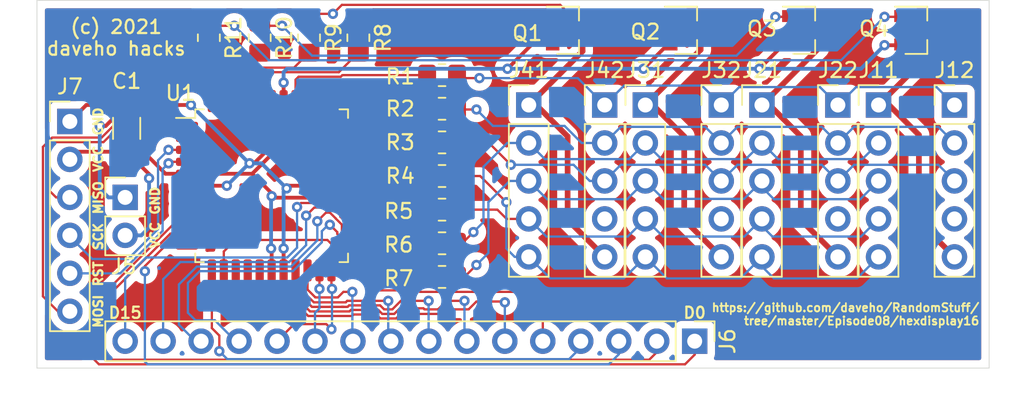
<source format=kicad_pcb>
(kicad_pcb (version 20171130) (host pcbnew 5.1.10-88a1d61d58~88~ubuntu20.04.1)
  (layers (0 F.Cu signal) (31 B.Cu signal) (34 B.Paste user) (35 F.Paste user) (36 B.SilkS user) (37 F.SilkS user) (38 B.Mask user) (39 F.Mask user) (44 Edge.Cuts user))
  (net 0 "")
  (net 1 VCC)
  (net 2 GND)
  (net 3 /CA4)
  (net 4 /F)
  (net 5 /G)
  (net 6 /C)
  (net 7 /E)
  (net 8 /B)
  (net 9 /D)
  (net 10 /A)
  (net 11 /CA3)
  (net 12 /CA2)
  (net 13 /CA1)
  (net 14 /D0)
  (net 15 /D1)
  (net 16 /D2)
  (net 17 /D3)
  (net 18 /D4)
  (net 19 /D5)
  (net 20 /D6)
  (net 21 /D7)
  (net 22 /D8)
  (net 23 /D9)
  (net 24 /D10)
  (net 25 /D11)
  (net 26 /D12)
  (net 27 /D13)
  (net 28 /D14)
  (net 29 /D15)
  (net 30 /MISO)
  (net 31 /SCK)
  (net 32 /~RESET)
  (net 33 /MOSI)
  (net 34 "Net-(Q1-Pad1)")
  (net 35 "Net-(Q2-Pad1)")
  (net 36 "Net-(Q3-Pad1)")
  (net 37 "Net-(Q4-Pad1)")
  (net 38 "Net-(R1-Pad1)")
  (net 39 "Net-(R2-Pad1)")
  (net 40 "Net-(R3-Pad1)")
  (net 41 "Net-(R4-Pad1)")
  (net 42 "Net-(R5-Pad1)")
  (net 43 "Net-(R6-Pad1)")
  (net 44 "Net-(R7-Pad1)")
  (net 45 "Net-(R8-Pad2)")
  (net 46 "Net-(R9-Pad2)")
  (net 47 "Net-(R10-Pad2)")
  (net 48 "Net-(R11-Pad2)")
  (net 49 "Net-(U1-Pad7)")
  (net 50 "Net-(U1-Pad8)")
  (net 51 "Net-(U1-Pad30)")
  (net 52 "Net-(U1-Pad44)")
  (net 53 "Net-(J12-Pad4)")
  (net 54 "Net-(J22-Pad4)")
  (net 55 "Net-(J32-Pad4)")
  (net 56 "Net-(J42-Pad4)")
  (module Connector_PinHeader_2.54mm:PinHeader_1x05_P2.54mm_Vertical (layer F.Cu) (at 137.38 124.2)
    (fp_text reference J12 (at 0 -2.33) (layer F.SilkS))
    (fp_text value Conn_01x05)
    (pad 5 thru_hole oval (at 0 10.16) (size 1.7 1.7) (drill 1) (layers *.Cu *.Mask) (net 3 /CA4))
    (pad 4 thru_hole oval (at 0 7.62) (size 1.7 1.7) (drill 1) (layers *.Cu *.Mask) (net 53 "Net-(J12-Pad4)"))
    (pad 3 thru_hole oval (at 0 5.08) (size 1.7 1.7) (drill 1) (layers *.Cu *.Mask) (net 6 /C))
    (pad 2 thru_hole oval (at 0 2.54) (size 1.7 1.7) (drill 1) (layers *.Cu *.Mask) (net 8 /B))
    (pad 1 thru_hole rect (at 0 0) (size 1.7 1.7) (drill 1) (layers *.Cu *.Mask) (net 10 /A))
  )
  (module Connector_PinHeader_2.54mm:PinHeader_1x05_P2.54mm_Vertical (layer F.Cu) (at 132.3 124.2)
    (fp_text reference J11 (at 0 -2.33) (layer F.SilkS))
    (fp_text value Conn_01x05)
    (pad 5 thru_hole oval (at 0 10.16) (size 1.7 1.7) (drill 1) (layers *.Cu *.Mask) (net 9 /D))
    (pad 4 thru_hole oval (at 0 7.62) (size 1.7 1.7) (drill 1) (layers *.Cu *.Mask) (net 7 /E))
    (pad 3 thru_hole oval (at 0 5.08) (size 1.7 1.7) (drill 1) (layers *.Cu *.Mask) (net 5 /G))
    (pad 2 thru_hole oval (at 0 2.54) (size 1.7 1.7) (drill 1) (layers *.Cu *.Mask) (net 4 /F))
    (pad 1 thru_hole rect (at 0 0) (size 1.7 1.7) (drill 1) (layers *.Cu *.Mask) (net 3 /CA4))
  )
  (module Connector_PinHeader_2.54mm:PinHeader_1x05_P2.54mm_Vertical (layer F.Cu) (at 129.58 124.2)
    (fp_text reference J22 (at 0 -2.33) (layer F.SilkS))
    (fp_text value Conn_01x05)
    (pad 1 thru_hole rect (at 0 0) (size 1.7 1.7) (drill 1) (layers *.Cu *.Mask) (net 10 /A))
    (pad 2 thru_hole oval (at 0 2.54) (size 1.7 1.7) (drill 1) (layers *.Cu *.Mask) (net 8 /B))
    (pad 3 thru_hole oval (at 0 5.08) (size 1.7 1.7) (drill 1) (layers *.Cu *.Mask) (net 6 /C))
    (pad 4 thru_hole oval (at 0 7.62) (size 1.7 1.7) (drill 1) (layers *.Cu *.Mask) (net 54 "Net-(J22-Pad4)"))
    (pad 5 thru_hole oval (at 0 10.16) (size 1.7 1.7) (drill 1) (layers *.Cu *.Mask) (net 11 /CA3))
  )
  (module Connector_PinHeader_2.54mm:PinHeader_1x05_P2.54mm_Vertical (layer F.Cu) (at 121.78 124.2)
    (fp_text reference J32 (at 0 -2.33) (layer F.SilkS))
    (fp_text value Conn_01x05)
    (pad 5 thru_hole oval (at 0 10.16) (size 1.7 1.7) (drill 1) (layers *.Cu *.Mask) (net 12 /CA2))
    (pad 4 thru_hole oval (at 0 7.62) (size 1.7 1.7) (drill 1) (layers *.Cu *.Mask) (net 55 "Net-(J32-Pad4)"))
    (pad 3 thru_hole oval (at 0 5.08) (size 1.7 1.7) (drill 1) (layers *.Cu *.Mask) (net 6 /C))
    (pad 2 thru_hole oval (at 0 2.54) (size 1.7 1.7) (drill 1) (layers *.Cu *.Mask) (net 8 /B))
    (pad 1 thru_hole rect (at 0 0) (size 1.7 1.7) (drill 1) (layers *.Cu *.Mask) (net 10 /A))
  )
  (module Connector_PinHeader_2.54mm:PinHeader_1x05_P2.54mm_Vertical (layer F.Cu) (at 108.9 124.2)
    (fp_text reference J41 (at 0 -2.33) (layer F.SilkS))
    (fp_text value Conn_01x05)
    (pad 1 thru_hole rect (at 0 0) (size 1.7 1.7) (drill 1) (layers *.Cu *.Mask) (net 13 /CA1))
    (pad 2 thru_hole oval (at 0 2.54) (size 1.7 1.7) (drill 1) (layers *.Cu *.Mask) (net 4 /F))
    (pad 3 thru_hole oval (at 0 5.08) (size 1.7 1.7) (drill 1) (layers *.Cu *.Mask) (net 5 /G))
    (pad 4 thru_hole oval (at 0 7.62) (size 1.7 1.7) (drill 1) (layers *.Cu *.Mask) (net 7 /E))
    (pad 5 thru_hole oval (at 0 10.16) (size 1.7 1.7) (drill 1) (layers *.Cu *.Mask) (net 9 /D))
  )
  (module Connector_PinHeader_2.54mm:PinHeader_1x05_P2.54mm_Vertical (layer F.Cu) (at 116.7 124.2)
    (fp_text reference J31 (at 0 -2.33) (layer F.SilkS))
    (fp_text value Conn_01x05)
    (pad 5 thru_hole oval (at 0 10.16) (size 1.7 1.7) (drill 1) (layers *.Cu *.Mask) (net 9 /D))
    (pad 4 thru_hole oval (at 0 7.62) (size 1.7 1.7) (drill 1) (layers *.Cu *.Mask) (net 7 /E))
    (pad 3 thru_hole oval (at 0 5.08) (size 1.7 1.7) (drill 1) (layers *.Cu *.Mask) (net 5 /G))
    (pad 2 thru_hole oval (at 0 2.54) (size 1.7 1.7) (drill 1) (layers *.Cu *.Mask) (net 4 /F))
    (pad 1 thru_hole rect (at 0 0) (size 1.7 1.7) (drill 1) (layers *.Cu *.Mask) (net 12 /CA2))
  )
  (module Connector_PinHeader_2.54mm:PinHeader_1x05_P2.54mm_Vertical (layer F.Cu) (at 113.98 124.2)
    (fp_text reference J42 (at 0 -2.33) (layer F.SilkS))
    (fp_text value Conn_01x05)
    (pad 1 thru_hole rect (at 0 0) (size 1.7 1.7) (drill 1) (layers *.Cu *.Mask) (net 10 /A))
    (pad 2 thru_hole oval (at 0 2.54) (size 1.7 1.7) (drill 1) (layers *.Cu *.Mask) (net 8 /B))
    (pad 3 thru_hole oval (at 0 5.08) (size 1.7 1.7) (drill 1) (layers *.Cu *.Mask) (net 6 /C))
    (pad 4 thru_hole oval (at 0 7.62) (size 1.7 1.7) (drill 1) (layers *.Cu *.Mask) (net 56 "Net-(J42-Pad4)"))
    (pad 5 thru_hole oval (at 0 10.16) (size 1.7 1.7) (drill 1) (layers *.Cu *.Mask) (net 13 /CA1))
  )
  (module Connector_PinHeader_2.54mm:PinHeader_1x05_P2.54mm_Vertical (layer F.Cu) (at 124.5 124.2)
    (fp_text reference J21 (at 0 -2.33) (layer F.SilkS))
    (fp_text value Conn_01x05)
    (pad 1 thru_hole rect (at 0 0) (size 1.7 1.7) (drill 1) (layers *.Cu *.Mask) (net 11 /CA3))
    (pad 2 thru_hole oval (at 0 2.54) (size 1.7 1.7) (drill 1) (layers *.Cu *.Mask) (net 4 /F))
    (pad 3 thru_hole oval (at 0 5.08) (size 1.7 1.7) (drill 1) (layers *.Cu *.Mask) (net 5 /G))
    (pad 4 thru_hole oval (at 0 7.62) (size 1.7 1.7) (drill 1) (layers *.Cu *.Mask) (net 7 /E))
    (pad 5 thru_hole oval (at 0 10.16) (size 1.7 1.7) (drill 1) (layers *.Cu *.Mask) (net 9 /D))
  )
  (module Connector_PinHeader_2.54mm:PinHeader_1x16_P2.54mm_Vertical (layer F.Cu) (at 120 140 270)
    (fp_text reference J6 (at 0 -2.2 90) (layer F.SilkS))
    (fp_text value Conn_01x16)
    (pad 1 thru_hole rect (at 0 0 270) (size 1.7 1.7) (drill 1) (layers *.Cu *.Mask) (net 14 /D0))
    (pad 2 thru_hole oval (at 0 2.54 270) (size 1.7 1.7) (drill 1) (layers *.Cu *.Mask) (net 15 /D1))
    (pad 3 thru_hole oval (at 0 5.08 270) (size 1.7 1.7) (drill 1) (layers *.Cu *.Mask) (net 16 /D2))
    (pad 4 thru_hole oval (at 0 7.62 270) (size 1.7 1.7) (drill 1) (layers *.Cu *.Mask) (net 17 /D3))
    (pad 5 thru_hole oval (at 0 10.16 270) (size 1.7 1.7) (drill 1) (layers *.Cu *.Mask) (net 18 /D4))
    (pad 6 thru_hole oval (at 0 12.7 270) (size 1.7 1.7) (drill 1) (layers *.Cu *.Mask) (net 19 /D5))
    (pad 7 thru_hole oval (at 0 15.24 270) (size 1.7 1.7) (drill 1) (layers *.Cu *.Mask) (net 20 /D6))
    (pad 8 thru_hole oval (at 0 17.78 270) (size 1.7 1.7) (drill 1) (layers *.Cu *.Mask) (net 21 /D7))
    (pad 9 thru_hole oval (at 0 20.32 270) (size 1.7 1.7) (drill 1) (layers *.Cu *.Mask) (net 22 /D8))
    (pad 10 thru_hole oval (at 0 22.86 270) (size 1.7 1.7) (drill 1) (layers *.Cu *.Mask) (net 23 /D9))
    (pad 11 thru_hole oval (at 0 25.4 270) (size 1.7 1.7) (drill 1) (layers *.Cu *.Mask) (net 24 /D10))
    (pad 12 thru_hole oval (at 0 27.94 270) (size 1.7 1.7) (drill 1) (layers *.Cu *.Mask) (net 25 /D11))
    (pad 13 thru_hole oval (at 0 30.48 270) (size 1.7 1.7) (drill 1) (layers *.Cu *.Mask) (net 26 /D12))
    (pad 14 thru_hole oval (at 0 33.02 270) (size 1.7 1.7) (drill 1) (layers *.Cu *.Mask) (net 27 /D13))
    (pad 15 thru_hole oval (at 0 35.56 270) (size 1.7 1.7) (drill 1) (layers *.Cu *.Mask) (net 28 /D14))
    (pad 16 thru_hole oval (at 0 38.1 270) (size 1.7 1.7) (drill 1) (layers *.Cu *.Mask) (net 29 /D15))
  )
  (module Capacitor_SMD:C_1206_3216Metric_Pad1.33x1.80mm_HandSolder (layer F.Cu) (at 82 125.7625 90)
    (fp_text reference C1 (at 3.1625 0 180) (layer F.SilkS))
    (fp_text value 100nF)
    (pad 1 smd roundrect (at -1.5625 0 90) (size 1.325 1.8) (layers F.Cu F.Paste F.Mask) (roundrect_rratio 0.1886784905660377) (net 1 VCC))
    (pad 2 smd roundrect (at 1.5625 0 90) (size 1.325 1.8) (layers F.Cu F.Paste F.Mask) (roundrect_rratio 0.1886784905660377) (net 2 GND))
  )
  (module Connector_PinHeader_2.54mm:PinHeader_1x02_P2.54mm_Vertical (layer F.Cu) (at 81.9 130.38)
    (fp_text reference J5 (at -0.1 4.62) (layer F.SilkS))
    (fp_text value Conn_01x02)
    (pad 1 thru_hole rect (at 0 0) (size 1.7 1.7) (drill 1) (layers *.Cu *.Mask) (net 2 GND))
    (pad 2 thru_hole oval (at 0 2.54) (size 1.7 1.7) (drill 1) (layers *.Cu *.Mask) (net 1 VCC))
  )
  (module Connector_PinHeader_2.54mm:PinHeader_1x06_P2.54mm_Vertical (layer F.Cu) (at 78.2 125.3)
    (fp_text reference J7 (at 0 -2.33) (layer F.SilkS))
    (fp_text value Conn_01x06)
    (pad 1 thru_hole rect (at 0 0) (size 1.7 1.7) (drill 1) (layers *.Cu *.Mask) (net 2 GND))
    (pad 2 thru_hole oval (at 0 2.54) (size 1.7 1.7) (drill 1) (layers *.Cu *.Mask) (net 1 VCC))
    (pad 3 thru_hole oval (at 0 5.08) (size 1.7 1.7) (drill 1) (layers *.Cu *.Mask) (net 30 /MISO))
    (pad 4 thru_hole oval (at 0 7.62) (size 1.7 1.7) (drill 1) (layers *.Cu *.Mask) (net 31 /SCK))
    (pad 5 thru_hole oval (at 0 10.16) (size 1.7 1.7) (drill 1) (layers *.Cu *.Mask) (net 32 /~RESET))
    (pad 6 thru_hole oval (at 0 12.7) (size 1.7 1.7) (drill 1) (layers *.Cu *.Mask) (net 33 /MOSI))
  )
  (module Package_TO_SOT_SMD:SOT-23 (layer F.Cu) (at 111.5 119.2)
    (fp_text reference Q1 (at -2.7 0.2) (layer F.SilkS))
    (fp_text value MMBT3906)
    (pad 3 smd rect (at 1 0) (size 0.9 0.8) (layers F.Cu F.Paste F.Mask) (net 13 /CA1))
    (pad 2 smd rect (at -1 0.95) (size 0.9 0.8) (layers F.Cu F.Paste F.Mask) (net 1 VCC))
    (pad 1 smd rect (at -1 -0.95) (size 0.9 0.8) (layers F.Cu F.Paste F.Mask) (net 34 "Net-(Q1-Pad1)"))
  )
  (module Package_TO_SOT_SMD:SOT-23 (layer F.Cu) (at 119.4 119.2)
    (fp_text reference Q2 (at -2.7 0.1) (layer F.SilkS))
    (fp_text value MMBT3906)
    (pad 1 smd rect (at -1 -0.95) (size 0.9 0.8) (layers F.Cu F.Paste F.Mask) (net 35 "Net-(Q2-Pad1)"))
    (pad 2 smd rect (at -1 0.95) (size 0.9 0.8) (layers F.Cu F.Paste F.Mask) (net 1 VCC))
    (pad 3 smd rect (at 1 0) (size 0.9 0.8) (layers F.Cu F.Paste F.Mask) (net 12 /CA2))
  )
  (module Package_TO_SOT_SMD:SOT-23 (layer F.Cu) (at 127.3 119.2)
    (fp_text reference Q3 (at -2.8 -0.1) (layer F.SilkS))
    (fp_text value MMBT3906)
    (pad 1 smd rect (at -1 -0.95) (size 0.9 0.8) (layers F.Cu F.Paste F.Mask) (net 36 "Net-(Q3-Pad1)"))
    (pad 2 smd rect (at -1 0.95) (size 0.9 0.8) (layers F.Cu F.Paste F.Mask) (net 1 VCC))
    (pad 3 smd rect (at 1 0) (size 0.9 0.8) (layers F.Cu F.Paste F.Mask) (net 11 /CA3))
  )
  (module Package_TO_SOT_SMD:SOT-23 (layer F.Cu) (at 134.8 119.2)
    (fp_text reference Q4 (at -2.8 -0.1) (layer F.SilkS))
    (fp_text value MMBT3906)
    (pad 3 smd rect (at 1 0) (size 0.9 0.8) (layers F.Cu F.Paste F.Mask) (net 3 /CA4))
    (pad 2 smd rect (at -1 0.95) (size 0.9 0.8) (layers F.Cu F.Paste F.Mask) (net 1 VCC))
    (pad 1 smd rect (at -1 -0.95) (size 0.9 0.8) (layers F.Cu F.Paste F.Mask) (net 37 "Net-(Q4-Pad1)"))
  )
  (module Resistor_SMD:R_0805_2012Metric_Pad1.20x1.40mm_HandSolder (layer F.Cu) (at 103.1 122.2)
    (fp_text reference R1 (at -2.8 0.1) (layer F.SilkS))
    (fp_text value 330)
    (pad 1 smd roundrect (at -1 0) (size 1.2 1.4) (layers F.Cu F.Paste F.Mask) (roundrect_rratio 0.2083325) (net 38 "Net-(R1-Pad1)"))
    (pad 2 smd roundrect (at 1 0) (size 1.2 1.4) (layers F.Cu F.Paste F.Mask) (roundrect_rratio 0.2083325) (net 10 /A))
  )
  (module Resistor_SMD:R_0805_2012Metric_Pad1.20x1.40mm_HandSolder (layer F.Cu) (at 103.1 124.45)
    (fp_text reference R2 (at -2.8 0) (layer F.SilkS))
    (fp_text value 330)
    (pad 2 smd roundrect (at 1 0) (size 1.2 1.4) (layers F.Cu F.Paste F.Mask) (roundrect_rratio 0.2083325) (net 8 /B))
    (pad 1 smd roundrect (at -1 0) (size 1.2 1.4) (layers F.Cu F.Paste F.Mask) (roundrect_rratio 0.2083325) (net 39 "Net-(R2-Pad1)"))
  )
  (module Resistor_SMD:R_0805_2012Metric_Pad1.20x1.40mm_HandSolder (layer F.Cu) (at 103.1 126.7)
    (fp_text reference R3 (at -2.8 0) (layer F.SilkS))
    (fp_text value 330)
    (pad 1 smd roundrect (at -1 0) (size 1.2 1.4) (layers F.Cu F.Paste F.Mask) (roundrect_rratio 0.2083325) (net 40 "Net-(R3-Pad1)"))
    (pad 2 smd roundrect (at 1 0) (size 1.2 1.4) (layers F.Cu F.Paste F.Mask) (roundrect_rratio 0.2083325) (net 6 /C))
  )
  (module Resistor_SMD:R_0805_2012Metric_Pad1.20x1.40mm_HandSolder (layer F.Cu) (at 103.1 128.95)
    (fp_text reference R4 (at -2.8 0) (layer F.SilkS))
    (fp_text value 330)
    (pad 2 smd roundrect (at 1 0) (size 1.2 1.4) (layers F.Cu F.Paste F.Mask) (roundrect_rratio 0.2083325) (net 9 /D))
    (pad 1 smd roundrect (at -1 0) (size 1.2 1.4) (layers F.Cu F.Paste F.Mask) (roundrect_rratio 0.2083325) (net 41 "Net-(R4-Pad1)"))
  )
  (module Resistor_SMD:R_0805_2012Metric_Pad1.20x1.40mm_HandSolder (layer F.Cu) (at 103.1 131.2)
    (fp_text reference R5 (at -2.9 0.1) (layer F.SilkS))
    (fp_text value 330)
    (pad 1 smd roundrect (at -1 0) (size 1.2 1.4) (layers F.Cu F.Paste F.Mask) (roundrect_rratio 0.2083325) (net 42 "Net-(R5-Pad1)"))
    (pad 2 smd roundrect (at 1 0) (size 1.2 1.4) (layers F.Cu F.Paste F.Mask) (roundrect_rratio 0.2083325) (net 7 /E))
  )
  (module Resistor_SMD:R_0805_2012Metric_Pad1.20x1.40mm_HandSolder (layer F.Cu) (at 103.1 133.45)
    (fp_text reference R6 (at -2.9 0.1) (layer F.SilkS))
    (fp_text value 330)
    (pad 2 smd roundrect (at 1 0) (size 1.2 1.4) (layers F.Cu F.Paste F.Mask) (roundrect_rratio 0.2083325) (net 4 /F))
    (pad 1 smd roundrect (at -1 0) (size 1.2 1.4) (layers F.Cu F.Paste F.Mask) (roundrect_rratio 0.2083325) (net 43 "Net-(R6-Pad1)"))
  )
  (module Resistor_SMD:R_0805_2012Metric_Pad1.20x1.40mm_HandSolder (layer F.Cu) (at 103.1 135.7)
    (fp_text reference R7 (at -2.9 0.1) (layer F.SilkS))
    (fp_text value 330)
    (pad 1 smd roundrect (at -1 0) (size 1.2 1.4) (layers F.Cu F.Paste F.Mask) (roundrect_rratio 0.2083325) (net 44 "Net-(R7-Pad1)"))
    (pad 2 smd roundrect (at 1 0) (size 1.2 1.4) (layers F.Cu F.Paste F.Mask) (roundrect_rratio 0.2083325) (net 5 /G))
  )
  (module Resistor_SMD:R_0805_2012Metric_Pad1.20x1.40mm_HandSolder (layer F.Cu) (at 97.5 119.7 270)
    (fp_text reference R8 (at 0 -1.65 90) (layer F.SilkS))
    (fp_text value 4k7)
    (pad 1 smd roundrect (at -1 0 270) (size 1.2 1.4) (layers F.Cu F.Paste F.Mask) (roundrect_rratio 0.2083325) (net 34 "Net-(Q1-Pad1)"))
    (pad 2 smd roundrect (at 1 0 270) (size 1.2 1.4) (layers F.Cu F.Paste F.Mask) (roundrect_rratio 0.2083325) (net 45 "Net-(R8-Pad2)"))
  )
  (module Resistor_SMD:R_0805_2012Metric_Pad1.20x1.40mm_HandSolder (layer F.Cu) (at 94.2 119.7 270)
    (fp_text reference R9 (at 0 -1.65 90) (layer F.SilkS))
    (fp_text value 4k7)
    (pad 2 smd roundrect (at 1 0 270) (size 1.2 1.4) (layers F.Cu F.Paste F.Mask) (roundrect_rratio 0.2083325) (net 46 "Net-(R9-Pad2)"))
    (pad 1 smd roundrect (at -1 0 270) (size 1.2 1.4) (layers F.Cu F.Paste F.Mask) (roundrect_rratio 0.2083325) (net 35 "Net-(Q2-Pad1)"))
  )
  (module Resistor_SMD:R_0805_2012Metric_Pad1.20x1.40mm_HandSolder (layer F.Cu) (at 90.9 119.7 270)
    (fp_text reference R10 (at 0 -1.65 90) (layer F.SilkS))
    (fp_text value 4k7)
    (pad 1 smd roundrect (at -1 0 270) (size 1.2 1.4) (layers F.Cu F.Paste F.Mask) (roundrect_rratio 0.2083325) (net 36 "Net-(Q3-Pad1)"))
    (pad 2 smd roundrect (at 1 0 270) (size 1.2 1.4) (layers F.Cu F.Paste F.Mask) (roundrect_rratio 0.2083325) (net 47 "Net-(R10-Pad2)"))
  )
  (module Resistor_SMD:R_0805_2012Metric_Pad1.20x1.40mm_HandSolder (layer F.Cu) (at 87.5 119.7 270)
    (fp_text reference R11 (at 0 -1.65 90) (layer F.SilkS))
    (fp_text value 4k7)
    (pad 2 smd roundrect (at 1 0 270) (size 1.2 1.4) (layers F.Cu F.Paste F.Mask) (roundrect_rratio 0.2083325) (net 48 "Net-(R11-Pad2)"))
    (pad 1 smd roundrect (at -1 0 270) (size 1.2 1.4) (layers F.Cu F.Paste F.Mask) (roundrect_rratio 0.2083325) (net 37 "Net-(Q4-Pad1)"))
  )
  (module Package_QFP:LQFP-44_10x10mm_P0.8mm (layer F.Cu) (at 91.7 129.6)
    (fp_text reference U1 (at -6.1 -6.2) (layer F.SilkS))
    (fp_text value ATMEGA164A-AU)
    (pad 1 smd roundrect (at -5.6625 -4) (size 1.475 0.55) (layers F.Cu F.Paste F.Mask) (net 33 /MOSI))
    (pad 2 smd roundrect (at -5.6625 -3.2) (size 1.475 0.55) (layers F.Cu F.Paste F.Mask) (net 30 /MISO))
    (pad 3 smd roundrect (at -5.6625 -2.4) (size 1.475 0.55) (layers F.Cu F.Paste F.Mask) (net 31 /SCK))
    (pad 4 smd roundrect (at -5.6625 -1.6) (size 1.475 0.55) (layers F.Cu F.Paste F.Mask) (net 32 /~RESET))
    (pad 5 smd roundrect (at -5.6625 -0.8) (size 1.475 0.55) (layers F.Cu F.Paste F.Mask) (net 1 VCC))
    (pad 6 smd roundrect (at -5.6625 0) (size 1.475 0.55) (layers F.Cu F.Paste F.Mask) (net 2 GND))
    (pad 7 smd roundrect (at -5.6625 0.8) (size 1.475 0.55) (layers F.Cu F.Paste F.Mask) (net 49 "Net-(U1-Pad7)"))
    (pad 8 smd roundrect (at -5.6625 1.6) (size 1.475 0.55) (layers F.Cu F.Paste F.Mask) (net 50 "Net-(U1-Pad8)"))
    (pad 9 smd roundrect (at -5.6625 2.4) (size 1.475 0.55) (layers F.Cu F.Paste F.Mask) (net 14 /D0))
    (pad 10 smd roundrect (at -5.6625 3.2) (size 1.475 0.55) (layers F.Cu F.Paste F.Mask) (net 15 /D1))
    (pad 11 smd roundrect (at -5.6625 4) (size 1.475 0.55) (layers F.Cu F.Paste F.Mask) (net 16 /D2))
    (pad 12 smd roundrect (at -4 5.6625) (size 0.55 1.475) (layers F.Cu F.Paste F.Mask) (net 17 /D3))
    (pad 13 smd roundrect (at -3.2 5.6625) (size 0.55 1.475) (layers F.Cu F.Paste F.Mask) (net 18 /D4))
    (pad 14 smd roundrect (at -2.4 5.6625) (size 0.55 1.475) (layers F.Cu F.Paste F.Mask) (net 19 /D5))
    (pad 15 smd roundrect (at -1.6 5.6625) (size 0.55 1.475) (layers F.Cu F.Paste F.Mask) (net 20 /D6))
    (pad 16 smd roundrect (at -0.8 5.6625) (size 0.55 1.475) (layers F.Cu F.Paste F.Mask) (net 21 /D7))
    (pad 17 smd roundrect (at 0 5.6625) (size 0.55 1.475) (layers F.Cu F.Paste F.Mask) (net 1 VCC))
    (pad 18 smd roundrect (at 0.8 5.6625) (size 0.55 1.475) (layers F.Cu F.Paste F.Mask) (net 2 GND))
    (pad 19 smd roundrect (at 1.6 5.6625) (size 0.55 1.475) (layers F.Cu F.Paste F.Mask) (net 22 /D8))
    (pad 20 smd roundrect (at 2.4 5.6625) (size 0.55 1.475) (layers F.Cu F.Paste F.Mask) (net 23 /D9))
    (pad 21 smd roundrect (at 3.2 5.6625) (size 0.55 1.475) (layers F.Cu F.Paste F.Mask) (net 24 /D10))
    (pad 22 smd roundrect (at 4 5.6625) (size 0.55 1.475) (layers F.Cu F.Paste F.Mask) (net 25 /D11))
    (pad 23 smd roundrect (at 5.6625 4) (size 1.475 0.55) (layers F.Cu F.Paste F.Mask) (net 26 /D12))
    (pad 24 smd roundrect (at 5.6625 3.2) (size 1.475 0.55) (layers F.Cu F.Paste F.Mask) (net 27 /D13))
    (pad 25 smd roundrect (at 5.6625 2.4) (size 1.475 0.55) (layers F.Cu F.Paste F.Mask) (net 28 /D14))
    (pad 26 smd roundrect (at 5.6625 1.6) (size 1.475 0.55) (layers F.Cu F.Paste F.Mask) (net 29 /D15))
    (pad 27 smd roundrect (at 5.6625 0.8) (size 1.475 0.55) (layers F.Cu F.Paste F.Mask) (net 1 VCC))
    (pad 28 smd roundrect (at 5.6625 0) (size 1.475 0.55) (layers F.Cu F.Paste F.Mask) (net 2 GND))
    (pad 29 smd roundrect (at 5.6625 -0.8) (size 1.475 0.55) (layers F.Cu F.Paste F.Mask) (net 1 VCC))
    (pad 30 smd roundrect (at 5.6625 -1.6) (size 1.475 0.55) (layers F.Cu F.Paste F.Mask) (net 51 "Net-(U1-Pad30)"))
    (pad 31 smd roundrect (at 5.6625 -2.4) (size 1.475 0.55) (layers F.Cu F.Paste F.Mask) (net 44 "Net-(R7-Pad1)"))
    (pad 32 smd roundrect (at 5.6625 -3.2) (size 1.475 0.55) (layers F.Cu F.Paste F.Mask) (net 43 "Net-(R6-Pad1)"))
    (pad 33 smd roundrect (at 5.6625 -4) (size 1.475 0.55) (layers F.Cu F.Paste F.Mask) (net 42 "Net-(R5-Pad1)"))
    (pad 34 smd roundrect (at 4 -5.6625) (size 0.55 1.475) (layers F.Cu F.Paste F.Mask) (net 41 "Net-(R4-Pad1)"))
    (pad 35 smd roundrect (at 3.2 -5.6625) (size 0.55 1.475) (layers F.Cu F.Paste F.Mask) (net 40 "Net-(R3-Pad1)"))
    (pad 36 smd roundrect (at 2.4 -5.6625) (size 0.55 1.475) (layers F.Cu F.Paste F.Mask) (net 39 "Net-(R2-Pad1)"))
    (pad 37 smd roundrect (at 1.6 -5.6625) (size 0.55 1.475) (layers F.Cu F.Paste F.Mask) (net 38 "Net-(R1-Pad1)"))
    (pad 38 smd roundrect (at 0.8 -5.6625) (size 0.55 1.475) (layers F.Cu F.Paste F.Mask) (net 1 VCC))
    (pad 39 smd roundrect (at 0 -5.6625) (size 0.55 1.475) (layers F.Cu F.Paste F.Mask) (net 2 GND))
    (pad 40 smd roundrect (at -0.8 -5.6625) (size 0.55 1.475) (layers F.Cu F.Paste F.Mask) (net 45 "Net-(R8-Pad2)"))
    (pad 41 smd roundrect (at -1.6 -5.6625) (size 0.55 1.475) (layers F.Cu F.Paste F.Mask) (net 46 "Net-(R9-Pad2)"))
    (pad 42 smd roundrect (at -2.4 -5.6625) (size 0.55 1.475) (layers F.Cu F.Paste F.Mask) (net 47 "Net-(R10-Pad2)"))
    (pad 43 smd roundrect (at -3.2 -5.6625) (size 0.55 1.475) (layers F.Cu F.Paste F.Mask) (net 48 "Net-(R11-Pad2)"))
    (pad 44 smd roundrect (at -4 -5.6625) (size 0.55 1.475) (layers F.Cu F.Paste F.Mask) (net 52 "Net-(U1-Pad44)"))
  )
  (gr_line (start 139.7 141.8) (end 76 141.8) (layer Edge.Cuts) (width 0.05))
  (gr_line (start 139.7 117.2) (end 76.2 117.2) (layer Edge.Cuts) (width 0.05))
  (gr_line (start 139.7 125.5) (end 139.7 141.8) (layer Edge.Cuts) (width 0.05))
  (gr_line (start 139.7 117.3) (end 139.7 117.2) (layer Edge.Cuts) (width 0.05))
  (gr_line (start 139.7 125.5) (end 139.7 117.3) (layer Edge.Cuts) (width 0.05))
  (gr_text VCC (at 83.9 132.9 90) (layer F.SilkS) (effects (font (size 0.6 0.6))))
  (gr_text GND (at 83.9 130.6 90) (layer F.SilkS) (effects (font (size 0.6 0.6))))
  (gr_text MOSI (at 80.1 138 90) (layer F.SilkS) (effects (font (size 0.6 0.6))))
  (gr_text RST (at 80.1 135.5 90) (layer F.SilkS) (effects (font (size 0.6 0.6))))
  (gr_text SCK (at 80.1 133 90) (layer F.SilkS) (effects (font (size 0.6 0.6))))
  (gr_text MISO (at 80.1 130.4 90) (layer F.SilkS) (effects (font (size 0.6 0.6))))
  (gr_text VCC (at 80.1 127.8 90) (layer F.SilkS) (effects (font (size 0.6 0.6))))
  (gr_text GND (at 80.1 125.3 90) (layer F.SilkS) (effects (font (size 0.6 0.6))))
  (gr_line (start 76 117.2) (end 76.2 117.2) (layer Edge.Cuts) (width 0.05))
  (gr_line (start 76 141.8) (end 76 117.2) (layer Edge.Cuts) (width 0.05))
  (gr_text "(c) 2021\ndaveho hacks" (at 81.3 119.7) (layer F.SilkS) (effects (font (size 0.9 0.9))))
  (gr_text "https://github.com/daveho/RandomStuff/\n  tree/master/Episode08/hexdisplay16" (at 139.1 138.2) (layer F.SilkS) (effects (font (size 0.55 0.55) (thickness 0.12)) (justify right)))
  (gr_text D0 (at 120 138.1) (layer F.SilkS) (effects (font (size 0.75 0.75))))
  (gr_text D15 (at 81.9 138.1) (layer F.SilkS) (effects (font (size 0.75 0.75))))
  (segment (start 82 127.325) (end 83.125 127.325) (width 0.254) (layer F.Cu) (net 1))
  (segment (start 84.6 128.8) (end 86.0375 128.8) (width 0.254) (layer F.Cu) (net 1))
  (segment (start 83.125 127.325) (end 84.6 128.8) (width 0.254) (layer F.Cu) (net 1))
  (segment (start 86.0375 128.8) (end 90.4 128.8) (width 0.254) (layer F.Cu) (net 1))
  (segment (start 90.4 128.8) (end 91.7 130.1) (width 0.254) (layer F.Cu) (net 1))
  (segment (start 91.8 130.4) (end 91.7 130.3) (width 0.254) (layer F.Cu) (net 1))
  (segment (start 97.3625 130.4) (end 91.8 130.4) (width 0.254) (layer F.Cu) (net 1))
  (segment (start 91.7 130.1) (end 91.7 130.3) (width 0.254) (layer F.Cu) (net 1))
  (segment (start 97.3625 130.4) (end 98.4 130.4) (width 0.254) (layer F.Cu) (net 1))
  (segment (start 98.4 130.4) (end 98.7 130.1) (width 0.254) (layer F.Cu) (net 1))
  (segment (start 97.3625 128.8) (end 98.4 128.8) (width 0.254) (layer F.Cu) (net 1))
  (segment (start 98.7 129.1) (end 98.4 128.8) (width 0.254) (layer F.Cu) (net 1))
  (segment (start 98.7 130.1) (end 98.7 129.1) (width 0.254) (layer F.Cu) (net 1))
  (segment (start 92.5 126.7) (end 90.4 128.8) (width 0.254) (layer F.Cu) (net 1))
  (segment (start 92.5 123.9375) (end 92.5 126.7) (width 0.254) (layer F.Cu) (net 1))
  (segment (start 78.715 127.325) (end 78.2 127.84) (width 0.254) (layer F.Cu) (net 1))
  (segment (start 82 127.325) (end 78.715 127.325) (width 0.254) (layer F.Cu) (net 1))
  (segment (start 81.9 132.92) (end 82.98 132.92) (width 0.254) (layer B.Cu) (net 1))
  (via (at 83.5 129.1) (size 0.6858) (drill 0.3302) (layers F.Cu B.Cu) (net 1))
  (segment (start 83.5 132.4) (end 83.5 129.1) (width 0.254) (layer B.Cu) (net 1))
  (segment (start 82.98 132.92) (end 83.5 132.4) (width 0.254) (layer B.Cu) (net 1))
  (segment (start 83.5 128.825) (end 82 127.325) (width 0.254) (layer F.Cu) (net 1))
  (segment (start 83.5 129.1) (end 83.5 128.825) (width 0.254) (layer F.Cu) (net 1))
  (via (at 92.5 122.7) (size 0.6858) (drill 0.3302) (layers F.Cu B.Cu) (net 1))
  (segment (start 92.5 123.9375) (end 92.5 122.7) (width 0.254) (layer F.Cu) (net 1))
  (segment (start 92.5 122.7) (end 92.5 122) (width 0.254) (layer B.Cu) (net 1))
  (segment (start 92.5 122) (end 92.72369 121.77631) (width 0.254) (layer B.Cu) (net 1))
  (via (at 91.661797 133.8) (size 0.6858) (drill 0.3302) (layers F.Cu B.Cu) (net 1))
  (segment (start 91.7 133.838203) (end 91.661797 133.8) (width 0.254) (layer F.Cu) (net 1))
  (segment (start 91.7 135.2625) (end 91.7 133.838203) (width 0.254) (layer F.Cu) (net 1))
  (via (at 91.7 130.3) (size 0.6858) (drill 0.3302) (layers F.Cu B.Cu) (net 1))
  (segment (start 91.661797 130.338203) (end 91.7 130.3) (width 0.254) (layer B.Cu) (net 1))
  (segment (start 91.661797 133.8) (end 91.661797 130.338203) (width 0.254) (layer B.Cu) (net 1))
  (via (at 107.47631 121.77631) (size 0.6858) (drill 0.3302) (layers F.Cu B.Cu) (net 1))
  (segment (start 110.5 120.15) (end 109.10262 120.15) (width 0.254) (layer F.Cu) (net 1))
  (segment (start 109.10262 120.15) (end 107.47631 121.77631) (width 0.254) (layer F.Cu) (net 1))
  (segment (start 92.72369 121.77631) (end 107.47631 121.77631) (width 0.254) (layer B.Cu) (net 1))
  (via (at 132.7 120.2) (size 0.6858) (drill 0.3302) (layers F.Cu B.Cu) (net 1))
  (segment (start 131.12369 121.77631) (end 132.7 120.2) (width 0.254) (layer B.Cu) (net 1))
  (segment (start 133.75 120.2) (end 133.8 120.15) (width 0.254) (layer F.Cu) (net 1))
  (segment (start 132.7 120.2) (end 133.75 120.2) (width 0.254) (layer F.Cu) (net 1))
  (via (at 124.32369 121.77631) (size 0.6858) (drill 0.3302) (layers F.Cu B.Cu) (net 1))
  (segment (start 125.95 120.15) (end 124.32369 121.77631) (width 0.254) (layer F.Cu) (net 1))
  (segment (start 126.3 120.15) (end 125.95 120.15) (width 0.254) (layer F.Cu) (net 1))
  (segment (start 124.32369 121.77631) (end 131.12369 121.77631) (width 0.254) (layer B.Cu) (net 1))
  (via (at 116.57631 121.77631) (size 0.6858) (drill 0.3302) (layers F.Cu B.Cu) (net 1))
  (segment (start 118.20262 120.15) (end 116.57631 121.77631) (width 0.254) (layer F.Cu) (net 1))
  (segment (start 118.4 120.15) (end 118.20262 120.15) (width 0.254) (layer F.Cu) (net 1))
  (segment (start 116.57631 121.77631) (end 124.32369 121.77631) (width 0.254) (layer B.Cu) (net 1))
  (segment (start 107.47631 121.77631) (end 116.57631 121.77631) (width 0.254) (layer B.Cu) (net 1))
  (segment (start 79.3 124.2) (end 78.2 125.3) (width 0.254) (layer F.Cu) (net 2))
  (segment (start 82 124.2) (end 79.3 124.2) (width 0.254) (layer F.Cu) (net 2))
  (via (at 92.7 129.7777) (size 0.6858) (drill 0.3302) (layers F.Cu B.Cu) (net 2))
  (segment (start 92.8777 129.6) (end 92.7 129.7777) (width 0.254) (layer F.Cu) (net 2))
  (segment (start 97.3625 129.6) (end 92.8777 129.6) (width 0.254) (layer F.Cu) (net 2))
  (segment (start 91.7 123.9375) (end 91.7 126.92525) (width 0.254) (layer F.Cu) (net 2))
  (via (at 90.221117 128.098817) (size 0.6858) (drill 0.3302) (layers F.Cu B.Cu) (net 2))
  (segment (start 90.526433 128.098817) (end 90.221117 128.098817) (width 0.254) (layer F.Cu) (net 2))
  (segment (start 91.7 126.92525) (end 90.526433 128.098817) (width 0.254) (layer F.Cu) (net 2))
  (segment (start 80.6 125.6) (end 82 124.2) (width 0.254) (layer F.Cu) (net 2))
  (segment (start 80.2 129.8) (end 80.2 125.6) (width 0.254) (layer B.Cu) (net 2))
  (via (at 80.2 125.6) (size 0.6858) (drill 0.3302) (layers F.Cu B.Cu) (net 2))
  (segment (start 81.9 130.38) (end 80.78 130.38) (width 0.254) (layer B.Cu) (net 2))
  (segment (start 80.78 130.38) (end 80.2 129.8) (width 0.254) (layer B.Cu) (net 2))
  (segment (start 80.2 125.6) (end 80.6 125.6) (width 0.254) (layer F.Cu) (net 2))
  (segment (start 92.7 129.7777) (end 92.7 129.8) (width 0.254) (layer B.Cu) (net 2))
  (via (at 92.5 133.8) (size 0.6858) (drill 0.3302) (layers F.Cu B.Cu) (net 2))
  (segment (start 92.5 130) (end 92.5 133.8) (width 0.254) (layer B.Cu) (net 2))
  (segment (start 92.7 129.8) (end 92.5 130) (width 0.254) (layer B.Cu) (net 2))
  (segment (start 92.5 133.8) (end 92.5 135.2625) (width 0.254) (layer F.Cu) (net 2))
  (via (at 86.3 124.2) (size 0.6858) (drill 0.3302) (layers F.Cu B.Cu) (net 2))
  (segment (start 82 124.2) (end 86.3 124.2) (width 0.254) (layer F.Cu) (net 2))
  (segment (start 90.198817 128.098817) (end 90.221117 128.098817) (width 0.254) (layer B.Cu) (net 2))
  (segment (start 86.3 124.2) (end 90.198817 128.098817) (width 0.254) (layer B.Cu) (net 2))
  (via (at 88.7 129.6) (size 0.6858) (drill 0.3302) (layers F.Cu B.Cu) (net 2))
  (segment (start 90.201183 128.098817) (end 88.7 129.6) (width 0.254) (layer B.Cu) (net 2))
  (segment (start 90.221117 128.098817) (end 90.201183 128.098817) (width 0.254) (layer B.Cu) (net 2))
  (segment (start 88.7 129.6) (end 86.0375 129.6) (width 0.254) (layer F.Cu) (net 2))
  (segment (start 90.221117 128.098817) (end 90.698817 128.098817) (width 0.254) (layer B.Cu) (net 2))
  (segment (start 90.698817 128.098817) (end 90.7 128.1) (width 0.254) (layer B.Cu) (net 2))
  (segment (start 91.0223 128.1) (end 92.7 129.7777) (width 0.254) (layer B.Cu) (net 2))
  (segment (start 90.7 128.1) (end 91.0223 128.1) (width 0.254) (layer B.Cu) (net 2))
  (segment (start 92.5 135.2625) (end 92.5 135.3) (width 0.1524) (layer F.Cu) (net 2))
  (segment (start 135.8 120.7) (end 132.3 124.2) (width 0.381) (layer F.Cu) (net 3))
  (segment (start 135.8 119.2) (end 135.8 120.7) (width 0.381) (layer F.Cu) (net 3))
  (segment (start 132.3 124.2) (end 133 124.2) (width 0.381) (layer F.Cu) (net 3))
  (segment (start 133 124.2) (end 135 126.2) (width 0.381) (layer F.Cu) (net 3))
  (segment (start 135 131.98) (end 137.38 134.36) (width 0.381) (layer F.Cu) (net 3))
  (segment (start 135 126.2) (end 135 131.98) (width 0.381) (layer F.Cu) (net 3))
  (segment (start 104.45 133.45) (end 105.2 132.7) (width 0.1524) (layer F.Cu) (net 4))
  (via (at 105.2 132.7) (size 0.6858) (drill 0.3302) (layers F.Cu B.Cu) (net 4))
  (segment (start 104.1 133.45) (end 104.45 133.45) (width 0.1524) (layer F.Cu) (net 4))
  (segment (start 105.2 132.7) (end 105.871501 132.028499) (width 0.1524) (layer B.Cu) (net 4))
  (segment (start 105.871501 132.028499) (end 105.871501 128.328499) (width 0.1524) (layer B.Cu) (net 4))
  (segment (start 107.46 126.74) (end 108.9 126.74) (width 0.1524) (layer B.Cu) (net 4))
  (segment (start 105.871501 128.328499) (end 107.46 126.74) (width 0.1524) (layer B.Cu) (net 4))
  (segment (start 115.621399 127.818601) (end 116.7 126.74) (width 0.1524) (layer B.Cu) (net 4))
  (segment (start 109.978601 127.818601) (end 115.621399 127.818601) (width 0.1524) (layer B.Cu) (net 4))
  (segment (start 108.9 126.74) (end 109.978601 127.818601) (width 0.1524) (layer B.Cu) (net 4))
  (segment (start 123.421399 127.818601) (end 124.5 126.74) (width 0.1524) (layer B.Cu) (net 4))
  (segment (start 117.778601 127.818601) (end 123.421399 127.818601) (width 0.1524) (layer B.Cu) (net 4))
  (segment (start 116.7 126.74) (end 117.778601 127.818601) (width 0.1524) (layer B.Cu) (net 4))
  (segment (start 131.221399 127.818601) (end 132.3 126.74) (width 0.1524) (layer B.Cu) (net 4))
  (segment (start 125.578601 127.818601) (end 131.221399 127.818601) (width 0.1524) (layer B.Cu) (net 4))
  (segment (start 124.5 126.74) (end 125.578601 127.818601) (width 0.1524) (layer B.Cu) (net 4))
  (via (at 105.4 134.9) (size 0.6858) (drill 0.3302) (layers F.Cu B.Cu) (net 5))
  (segment (start 104.6 135.7) (end 105.4 134.9) (width 0.1524) (layer F.Cu) (net 5))
  (segment (start 104.1 135.7) (end 104.6 135.7) (width 0.1524) (layer F.Cu) (net 5))
  (segment (start 105.4 134.9) (end 106.2 134.1) (width 0.1524) (layer B.Cu) (net 5))
  (segment (start 106.2 134.1) (end 106.2 130.7) (width 0.1524) (layer B.Cu) (net 5))
  (segment (start 107.62 129.28) (end 108.9 129.28) (width 0.1524) (layer B.Cu) (net 5))
  (segment (start 106.2 130.7) (end 107.62 129.28) (width 0.1524) (layer B.Cu) (net 5))
  (segment (start 108.9 129.28) (end 110.12 130.5) (width 0.1524) (layer B.Cu) (net 5))
  (segment (start 110.12 130.5) (end 115.5 130.5) (width 0.1524) (layer B.Cu) (net 5))
  (segment (start 115.5 130.48) (end 116.7 129.28) (width 0.1524) (layer B.Cu) (net 5))
  (segment (start 115.5 130.5) (end 115.5 130.48) (width 0.1524) (layer B.Cu) (net 5))
  (segment (start 116.7 129.28) (end 117.9 130.48) (width 0.1524) (layer B.Cu) (net 5))
  (segment (start 123.3 130.48) (end 124.5 129.28) (width 0.1524) (layer B.Cu) (net 5))
  (segment (start 117.9 130.48) (end 123.3 130.48) (width 0.1524) (layer B.Cu) (net 5))
  (segment (start 124.5 129.28) (end 124.5 129.7) (width 0.1524) (layer B.Cu) (net 5))
  (segment (start 124.5 129.7) (end 125.3 130.5) (width 0.1524) (layer B.Cu) (net 5))
  (segment (start 131.08 130.5) (end 132.3 129.28) (width 0.1524) (layer B.Cu) (net 5))
  (segment (start 125.3 130.5) (end 131.08 130.5) (width 0.1524) (layer B.Cu) (net 5))
  (segment (start 106.2 126.7) (end 104.1 126.7) (width 0.1524) (layer F.Cu) (net 6))
  (segment (start 106.2 126.7) (end 107.7 128.2) (width 0.1524) (layer F.Cu) (net 6))
  (via (at 107.7 128.2) (size 0.6858) (drill 0.3302) (layers F.Cu B.Cu) (net 6))
  (segment (start 107.7 128.2) (end 111.9 128.2) (width 0.1524) (layer B.Cu) (net 6))
  (segment (start 112.98 129.28) (end 113.98 129.28) (width 0.1524) (layer B.Cu) (net 6))
  (segment (start 111.9 128.2) (end 112.98 129.28) (width 0.1524) (layer B.Cu) (net 6))
  (segment (start 113.98 129.28) (end 115.06 128.2) (width 0.1524) (layer B.Cu) (net 6))
  (segment (start 120.7 128.2) (end 121.78 129.28) (width 0.1524) (layer B.Cu) (net 6))
  (segment (start 115.06 128.2) (end 120.7 128.2) (width 0.1524) (layer B.Cu) (net 6))
  (segment (start 121.78 129.28) (end 122.86 128.2) (width 0.1524) (layer B.Cu) (net 6))
  (segment (start 128.5 128.2) (end 129.58 129.28) (width 0.1524) (layer B.Cu) (net 6))
  (segment (start 122.86 128.2) (end 128.5 128.2) (width 0.1524) (layer B.Cu) (net 6))
  (segment (start 129.58 129.28) (end 130.66 128.2) (width 0.1524) (layer B.Cu) (net 6))
  (segment (start 136.3 128.2) (end 137.38 129.28) (width 0.1524) (layer B.Cu) (net 6))
  (segment (start 130.66 128.2) (end 136.3 128.2) (width 0.1524) (layer B.Cu) (net 6))
  (segment (start 104.1 131.2) (end 106.7 131.2) (width 0.1524) (layer F.Cu) (net 7))
  (segment (start 108.9 131.82) (end 107.42 131.82) (width 0.1524) (layer F.Cu) (net 7))
  (segment (start 106.8 131.2) (end 106.7 131.2) (width 0.1524) (layer F.Cu) (net 7))
  (segment (start 107.42 131.82) (end 106.8 131.2) (width 0.1524) (layer F.Cu) (net 7))
  (segment (start 108.9 131.82) (end 110.08 133) (width 0.1524) (layer B.Cu) (net 7))
  (segment (start 115.52 133) (end 116.7 131.82) (width 0.1524) (layer B.Cu) (net 7))
  (segment (start 110.08 133) (end 115.52 133) (width 0.1524) (layer B.Cu) (net 7))
  (segment (start 116.7 131.82) (end 117.88 133) (width 0.1524) (layer B.Cu) (net 7))
  (segment (start 123.32 133) (end 124.5 131.82) (width 0.1524) (layer B.Cu) (net 7))
  (segment (start 117.88 133) (end 123.32 133) (width 0.1524) (layer B.Cu) (net 7))
  (segment (start 131.12 133) (end 132.3 131.82) (width 0.1524) (layer B.Cu) (net 7))
  (segment (start 125.2 133) (end 131.12 133) (width 0.1524) (layer B.Cu) (net 7))
  (segment (start 124.5 132.3) (end 125.2 133) (width 0.1524) (layer B.Cu) (net 7))
  (segment (start 124.5 131.82) (end 124.5 132.3) (width 0.1524) (layer B.Cu) (net 7))
  (via (at 105.4 124.5) (size 0.6858) (drill 0.3302) (layers F.Cu B.Cu) (net 8))
  (segment (start 104.15 124.5) (end 104.1 124.45) (width 0.1524) (layer F.Cu) (net 8))
  (segment (start 105.4 124.5) (end 104.15 124.5) (width 0.1524) (layer F.Cu) (net 8))
  (segment (start 112.44 126.74) (end 113.98 126.74) (width 0.1524) (layer B.Cu) (net 8))
  (segment (start 111.3 125.6) (end 112.44 126.74) (width 0.1524) (layer B.Cu) (net 8))
  (segment (start 106.5 125.6) (end 111.3 125.6) (width 0.1524) (layer B.Cu) (net 8))
  (segment (start 105.4 124.5) (end 106.5 125.6) (width 0.1524) (layer B.Cu) (net 8))
  (segment (start 120.701399 125.661399) (end 121.78 126.74) (width 0.1524) (layer B.Cu) (net 8))
  (segment (start 115.058601 125.661399) (end 120.701399 125.661399) (width 0.1524) (layer B.Cu) (net 8))
  (segment (start 113.98 126.74) (end 115.058601 125.661399) (width 0.1524) (layer B.Cu) (net 8))
  (segment (start 128.501399 125.661399) (end 129.58 126.74) (width 0.1524) (layer B.Cu) (net 8))
  (segment (start 122.858601 125.661399) (end 128.501399 125.661399) (width 0.1524) (layer B.Cu) (net 8))
  (segment (start 121.78 126.74) (end 122.858601 125.661399) (width 0.1524) (layer B.Cu) (net 8))
  (segment (start 136.301399 125.661399) (end 137.38 126.74) (width 0.1524) (layer B.Cu) (net 8))
  (segment (start 130.658601 125.661399) (end 136.301399 125.661399) (width 0.1524) (layer B.Cu) (net 8))
  (segment (start 129.58 126.74) (end 130.658601 125.661399) (width 0.1524) (layer B.Cu) (net 8))
  (segment (start 107.4 130.7) (end 105.65 128.95) (width 0.1524) (layer F.Cu) (net 9))
  (segment (start 104.1 128.95) (end 105.65 128.95) (width 0.1524) (layer F.Cu) (net 9))
  (via (at 107.4 130.7) (size 0.6858) (drill 0.3302) (layers F.Cu B.Cu) (net 9))
  (segment (start 107.4 130.7) (end 107.4 133.8) (width 0.1524) (layer B.Cu) (net 9))
  (segment (start 107.96 134.36) (end 108.9 134.36) (width 0.1524) (layer B.Cu) (net 9))
  (segment (start 107.4 133.8) (end 107.96 134.36) (width 0.1524) (layer B.Cu) (net 9))
  (segment (start 108.9 134.36) (end 110.34 135.8) (width 0.1524) (layer B.Cu) (net 9))
  (segment (start 115.26 135.8) (end 116.7 134.36) (width 0.1524) (layer B.Cu) (net 9))
  (segment (start 110.34 135.8) (end 115.26 135.8) (width 0.1524) (layer B.Cu) (net 9))
  (segment (start 116.7 134.36) (end 118.14 135.8) (width 0.1524) (layer B.Cu) (net 9))
  (segment (start 123.06 135.8) (end 124.5 134.36) (width 0.1524) (layer B.Cu) (net 9))
  (segment (start 118.14 135.8) (end 123.06 135.8) (width 0.1524) (layer B.Cu) (net 9))
  (segment (start 125.3 135.8) (end 130.86 135.8) (width 0.1524) (layer B.Cu) (net 9))
  (segment (start 124.5 135) (end 125.3 135.8) (width 0.1524) (layer B.Cu) (net 9))
  (segment (start 130.86 135.8) (end 132.3 134.36) (width 0.1524) (layer B.Cu) (net 9))
  (segment (start 124.5 134.36) (end 124.5 135) (width 0.1524) (layer B.Cu) (net 9))
  (via (at 105.6 122.4) (size 0.6858) (drill 0.3302) (layers F.Cu B.Cu) (net 10))
  (segment (start 104.3 122.4) (end 104.1 122.2) (width 0.1524) (layer F.Cu) (net 10))
  (segment (start 105.6 122.4) (end 104.3 122.4) (width 0.1524) (layer F.Cu) (net 10))
  (segment (start 112.18 122.4) (end 113.98 124.2) (width 0.1524) (layer B.Cu) (net 10))
  (segment (start 105.6 122.4) (end 112.18 122.4) (width 0.1524) (layer B.Cu) (net 10))
  (segment (start 113.98 124.2) (end 115.28 122.9) (width 0.1524) (layer B.Cu) (net 10))
  (segment (start 120.48 122.9) (end 121.78 124.2) (width 0.1524) (layer B.Cu) (net 10))
  (segment (start 115.28 122.9) (end 120.48 122.9) (width 0.1524) (layer B.Cu) (net 10))
  (segment (start 121.78 124.2) (end 122.98 123) (width 0.1524) (layer B.Cu) (net 10))
  (segment (start 128.38 123) (end 129.58 124.2) (width 0.1524) (layer B.Cu) (net 10))
  (segment (start 122.98 123) (end 128.38 123) (width 0.1524) (layer B.Cu) (net 10))
  (segment (start 129.58 124.2) (end 129.6 124.2) (width 0.1524) (layer B.Cu) (net 10))
  (segment (start 129.6 124.2) (end 130.8 123) (width 0.1524) (layer B.Cu) (net 10))
  (segment (start 136.18 123) (end 137.38 124.2) (width 0.1524) (layer B.Cu) (net 10))
  (segment (start 130.8 123) (end 136.18 123) (width 0.1524) (layer B.Cu) (net 10))
  (segment (start 128.3 120.4) (end 124.5 124.2) (width 0.381) (layer F.Cu) (net 11))
  (segment (start 128.3 119.2) (end 128.3 120.4) (width 0.381) (layer F.Cu) (net 11))
  (segment (start 124.5 124.2) (end 125 124.2) (width 0.381) (layer F.Cu) (net 11))
  (segment (start 125 124.2) (end 127.1 126.3) (width 0.381) (layer F.Cu) (net 11))
  (segment (start 127.1 131.88) (end 129.58 134.36) (width 0.381) (layer F.Cu) (net 11))
  (segment (start 127.1 126.3) (end 127.1 131.88) (width 0.381) (layer F.Cu) (net 11))
  (segment (start 120.4 120.5) (end 116.7 124.2) (width 0.381) (layer F.Cu) (net 12))
  (segment (start 120.4 119.2) (end 120.4 120.5) (width 0.381) (layer F.Cu) (net 12))
  (segment (start 116.7 124.2) (end 117.2 124.2) (width 0.381) (layer F.Cu) (net 12))
  (segment (start 117.2 124.2) (end 119.3 126.3) (width 0.381) (layer F.Cu) (net 12))
  (segment (start 119.3 131.88) (end 121.78 134.36) (width 0.381) (layer F.Cu) (net 12))
  (segment (start 119.3 126.3) (end 119.3 131.88) (width 0.381) (layer F.Cu) (net 12))
  (segment (start 112.5 120.6) (end 108.9 124.2) (width 0.381) (layer F.Cu) (net 13))
  (segment (start 112.5 119.2) (end 112.5 120.6) (width 0.381) (layer F.Cu) (net 13))
  (segment (start 108.9 124.2) (end 109.4 124.2) (width 0.381) (layer F.Cu) (net 13))
  (segment (start 109.4 124.2) (end 111.5 126.3) (width 0.381) (layer F.Cu) (net 13))
  (segment (start 111.5 131.88) (end 113.98 134.36) (width 0.381) (layer F.Cu) (net 13))
  (segment (start 111.5 126.3) (end 111.5 131.88) (width 0.381) (layer F.Cu) (net 13))
  (segment (start 120 140.9) (end 120 140) (width 0.1524) (layer F.Cu) (net 14))
  (segment (start 80.14639 141.54639) (end 119.35361 141.54639) (width 0.1524) (layer F.Cu) (net 14))
  (segment (start 79.7 141.1) (end 80.14639 141.54639) (width 0.1524) (layer F.Cu) (net 14))
  (segment (start 119.35361 141.54639) (end 120 140.9) (width 0.1524) (layer F.Cu) (net 14))
  (segment (start 79.7 137.6) (end 79.7 141.1) (width 0.1524) (layer F.Cu) (net 14))
  (segment (start 85.3 132) (end 79.7 137.6) (width 0.1524) (layer F.Cu) (net 14))
  (segment (start 86.0375 132) (end 85.3 132) (width 0.1524) (layer F.Cu) (net 14))
  (segment (start 84.931066 132.8) (end 86.0375 132.8) (width 0.1524) (layer F.Cu) (net 15))
  (segment (start 80.00481 137.726256) (end 84.931066 132.8) (width 0.1524) (layer F.Cu) (net 15))
  (segment (start 80.00481 140.673744) (end 80.00481 137.726256) (width 0.1524) (layer F.Cu) (net 15))
  (segment (start 80.572646 141.24158) (end 80.00481 140.673744) (width 0.1524) (layer F.Cu) (net 15))
  (segment (start 116.95842 141.24158) (end 80.572646 141.24158) (width 0.1524) (layer F.Cu) (net 15))
  (segment (start 117.46 140.74) (end 116.95842 141.24158) (width 0.1524) (layer F.Cu) (net 15))
  (segment (start 117.46 140) (end 117.46 140.74) (width 0.1524) (layer F.Cu) (net 15))
  (segment (start 86.0375 133.6) (end 84.6 133.6) (width 0.1524) (layer F.Cu) (net 16))
  (via (at 83.219645 135.319645) (size 0.6858) (drill 0.3302) (layers F.Cu B.Cu) (net 16))
  (segment (start 83.219645 134.980355) (end 83.219645 135.319645) (width 0.1524) (layer F.Cu) (net 16))
  (segment (start 84.6 133.6) (end 83.219645 134.980355) (width 0.1524) (layer F.Cu) (net 16))
  (segment (start 114.92 140.88) (end 114.92 140) (width 0.1524) (layer B.Cu) (net 16))
  (segment (start 114.25361 141.54639) (end 114.92 140.88) (width 0.1524) (layer B.Cu) (net 16))
  (segment (start 83.4 141.54639) (end 114.25361 141.54639) (width 0.1524) (layer B.Cu) (net 16))
  (segment (start 83.219645 141.366035) (end 83.4 141.54639) (width 0.1524) (layer B.Cu) (net 16))
  (segment (start 83.219645 135.319645) (end 83.219645 141.366035) (width 0.1524) (layer B.Cu) (net 16))
  (via (at 88.2 140.67008) (size 0.6858) (drill 0.3302) (layers F.Cu B.Cu) (net 17))
  (segment (start 88.2 139.62367) (end 88.2 140.67008) (width 0.1524) (layer F.Cu) (net 17))
  (segment (start 87.7 139.12367) (end 88.2 139.62367) (width 0.1524) (layer F.Cu) (net 17))
  (segment (start 87.7 135.2625) (end 87.7 139.12367) (width 0.1524) (layer F.Cu) (net 17))
  (segment (start 112.38 140.42) (end 112.38 140) (width 0.1524) (layer B.Cu) (net 17))
  (segment (start 111.6 141.2) (end 112.38 140.42) (width 0.1524) (layer B.Cu) (net 17))
  (segment (start 88.72992 141.2) (end 111.6 141.2) (width 0.1524) (layer B.Cu) (net 17))
  (segment (start 88.2 140.67008) (end 88.72992 141.2) (width 0.1524) (layer B.Cu) (net 17))
  (segment (start 109.84 137.64) (end 109.84 140) (width 0.1524) (layer F.Cu) (net 18))
  (segment (start 101.623142 136.7) (end 108.9 136.7) (width 0.1524) (layer F.Cu) (net 18))
  (segment (start 101.523142 136.6) (end 101.623142 136.7) (width 0.1524) (layer F.Cu) (net 18))
  (segment (start 98.8 136.6) (end 101.523142 136.6) (width 0.1524) (layer F.Cu) (net 18))
  (segment (start 95.428499 133.228499) (end 98.8 136.6) (width 0.1524) (layer F.Cu) (net 18))
  (segment (start 89.271501 133.228499) (end 95.428499 133.228499) (width 0.1524) (layer F.Cu) (net 18))
  (segment (start 88.5 134) (end 89.271501 133.228499) (width 0.1524) (layer F.Cu) (net 18))
  (segment (start 108.9 136.7) (end 109.84 137.64) (width 0.1524) (layer F.Cu) (net 18))
  (segment (start 88.5 135.2625) (end 88.5 134) (width 0.1524) (layer F.Cu) (net 18))
  (segment (start 90.642677 136.604809) (end 90.818934 136.781066) (width 0.1524) (layer F.Cu) (net 19))
  (segment (start 89.904809 136.604809) (end 90.642677 136.604809) (width 0.1524) (layer F.Cu) (net 19))
  (segment (start 89.3 136) (end 89.904809 136.604809) (width 0.1524) (layer F.Cu) (net 19))
  (segment (start 89.3 135.2625) (end 89.3 136) (width 0.1524) (layer F.Cu) (net 19))
  (segment (start 90.818934 136.781066) (end 90.947488 136.90962) (width 0.1524) (layer F.Cu) (net 19))
  (segment (start 90.947488 136.90962) (end 92.739534 136.90962) (width 0.1524) (layer F.Cu) (net 19))
  (segment (start 92.739534 136.90962) (end 94.144344 138.31443) (width 0.1524) (layer F.Cu) (net 19))
  (segment (start 97.08557 138.31443) (end 97.18557 138.21443) (width 0.1524) (layer F.Cu) (net 19))
  (segment (start 94.144344 138.31443) (end 97.08557 138.31443) (width 0.1524) (layer F.Cu) (net 19))
  (segment (start 97.18557 138.21443) (end 98.6 138.21443) (width 0.1524) (layer F.Cu) (net 19))
  (segment (start 98.706476 138.21443) (end 98.973166 138.48112) (width 0.1524) (layer F.Cu) (net 19))
  (segment (start 98.6 138.21443) (end 98.706476 138.21443) (width 0.1524) (layer F.Cu) (net 19))
  (segment (start 98.973166 138.48112) (end 100.026835 138.481119) (width 0.1524) (layer F.Cu) (net 19))
  (segment (start 100.026835 138.481119) (end 100.331643 138.176311) (width 0.1524) (layer F.Cu) (net 19))
  (segment (start 100.331643 138.176311) (end 103.123689 138.176311) (width 0.1524) (layer F.Cu) (net 19))
  (segment (start 104.874321 137.871501) (end 105.4 137.345822) (width 0.1524) (layer F.Cu) (net 19))
  (segment (start 103.428499 137.871501) (end 104.874321 137.871501) (width 0.1524) (layer F.Cu) (net 19))
  (segment (start 103.123689 138.176311) (end 103.428499 137.871501) (width 0.1524) (layer F.Cu) (net 19))
  (via (at 107.3 137.4) (size 0.6858) (drill 0.3302) (layers F.Cu B.Cu) (net 19))
  (segment (start 107.245822 137.345822) (end 107.3 137.4) (width 0.1524) (layer F.Cu) (net 19))
  (segment (start 105.4 137.345822) (end 107.245822 137.345822) (width 0.1524) (layer F.Cu) (net 19))
  (segment (start 107.3 137.4) (end 107.3 140) (width 0.1524) (layer B.Cu) (net 19))
  (via (at 104.6 137.3) (size 0.6858) (drill 0.3302) (layers F.Cu B.Cu) (net 20))
  (segment (start 104.6 139.84) (end 104.76 140) (width 0.1524) (layer B.Cu) (net 20))
  (segment (start 104.6 137.3) (end 104.6 139.84) (width 0.1524) (layer B.Cu) (net 20))
  (segment (start 90.1 136) (end 90.1 135.2625) (width 0.1524) (layer F.Cu) (net 20))
  (segment (start 90.4 136.3) (end 90.1 136) (width 0.1524) (layer F.Cu) (net 20))
  (segment (start 90.768934 136.3) (end 90.4 136.3) (width 0.1524) (layer F.Cu) (net 20))
  (segment (start 91.073744 136.60481) (end 90.768934 136.3) (width 0.1524) (layer F.Cu) (net 20))
  (segment (start 103.4 137.3) (end 102.828499 137.871501) (width 0.1524) (layer F.Cu) (net 20))
  (segment (start 94.2706 138.00962) (end 92.86579 136.60481) (width 0.1524) (layer F.Cu) (net 20))
  (segment (start 102.828499 137.871501) (end 101.925679 137.871501) (width 0.1524) (layer F.Cu) (net 20))
  (segment (start 99.099423 138.176311) (end 98.832732 137.90962) (width 0.1524) (layer F.Cu) (net 20))
  (segment (start 101.925679 137.871501) (end 101.854178 137.8) (width 0.1524) (layer F.Cu) (net 20))
  (segment (start 101.854178 137.8) (end 100.276888 137.8) (width 0.1524) (layer F.Cu) (net 20))
  (segment (start 100.276888 137.8) (end 99.900578 138.17631) (width 0.1524) (layer F.Cu) (net 20))
  (segment (start 104.6 137.3) (end 103.4 137.3) (width 0.1524) (layer F.Cu) (net 20))
  (segment (start 99.900578 138.17631) (end 99.099423 138.176311) (width 0.1524) (layer F.Cu) (net 20))
  (segment (start 92.86579 136.60481) (end 91.073744 136.60481) (width 0.1524) (layer F.Cu) (net 20))
  (segment (start 96.90669 138.00962) (end 94.2706 138.00962) (width 0.1524) (layer F.Cu) (net 20))
  (segment (start 97.00669 137.90962) (end 96.90669 138.00962) (width 0.1524) (layer F.Cu) (net 20))
  (segment (start 98.832732 137.90962) (end 97.00669 137.90962) (width 0.1524) (layer F.Cu) (net 20))
  (segment (start 90.9 136) (end 91.2 136.3) (width 0.1524) (layer F.Cu) (net 21))
  (segment (start 90.9 135.2625) (end 90.9 136) (width 0.1524) (layer F.Cu) (net 21))
  (segment (start 92.99519 136.3) (end 92.995191 136.303145) (width 0.1524) (layer F.Cu) (net 21))
  (segment (start 91.2 136.3) (end 92.99519 136.3) (width 0.1524) (layer F.Cu) (net 21))
  (segment (start 92.995191 136.303145) (end 94.396856 137.70481) (width 0.1524) (layer F.Cu) (net 21))
  (segment (start 94.396856 137.70481) (end 95.6 137.70481) (width 0.1524) (layer F.Cu) (net 21))
  (segment (start 95.6 137.70481) (end 96.4 137.70481) (width 0.1524) (layer F.Cu) (net 21))
  (segment (start 96.4 137.70481) (end 96.527922 137.70481) (width 0.1524) (layer F.Cu) (net 21))
  (via (at 102.2 137.3) (size 0.6858) (drill 0.3302) (layers F.Cu B.Cu) (net 21))
  (segment (start 102.2 139.98) (end 102.22 140) (width 0.1524) (layer B.Cu) (net 21))
  (segment (start 102.2 137.3) (end 102.2 139.98) (width 0.1524) (layer B.Cu) (net 21))
  (segment (start 99.225679 137.871501) (end 98.958988 137.60481) (width 0.1524) (layer F.Cu) (net 21))
  (segment (start 96.780434 137.70481) (end 96.4 137.70481) (width 0.1524) (layer F.Cu) (net 21))
  (segment (start 99.774321 137.871501) (end 99.225679 137.871501) (width 0.1524) (layer F.Cu) (net 21))
  (segment (start 100.345822 137.3) (end 99.774321 137.871501) (width 0.1524) (layer F.Cu) (net 21))
  (segment (start 96.880434 137.60481) (end 96.780434 137.70481) (width 0.1524) (layer F.Cu) (net 21))
  (segment (start 102.2 137.3) (end 100.345822 137.3) (width 0.1524) (layer F.Cu) (net 21))
  (segment (start 98.958988 137.60481) (end 96.880434 137.60481) (width 0.1524) (layer F.Cu) (net 21))
  (segment (start 99.5 139.82) (end 99.68 140) (width 0.1524) (layer B.Cu) (net 22))
  (segment (start 99.5 137.3) (end 99.5 139.82) (width 0.1524) (layer B.Cu) (net 22))
  (segment (start 93.3 136.176888) (end 93.3 135.2625) (width 0.1524) (layer F.Cu) (net 22))
  (segment (start 94.523112 137.4) (end 93.3 136.176888) (width 0.1524) (layer F.Cu) (net 22))
  (segment (start 96.654178 137.4) (end 94.523112 137.4) (width 0.1524) (layer F.Cu) (net 22))
  (segment (start 96.754178 137.3) (end 96.654178 137.4) (width 0.1524) (layer F.Cu) (net 22))
  (segment (start 99.5 137.3) (end 96.754178 137.3) (width 0.1524) (layer F.Cu) (net 22))
  (via (at 99.5 137.3) (size 0.6858) (drill 0.3302) (layers F.Cu B.Cu) (net 22))
  (segment (start 94.1 135.2625) (end 94.1 136.545822) (width 0.1524) (layer F.Cu) (net 23))
  (segment (start 97.1 139.96) (end 97.14 140) (width 0.1524) (layer B.Cu) (net 23))
  (segment (start 97.1 137) (end 97.1 139.96) (width 0.1524) (layer B.Cu) (net 23))
  (segment (start 94.625679 137.071501) (end 96.128499 137.071501) (width 0.1524) (layer F.Cu) (net 23))
  (segment (start 94.1 136.545822) (end 94.625679 137.071501) (width 0.1524) (layer F.Cu) (net 23))
  (via (at 97.1 136.7) (size 0.6858) (drill 0.3302) (layers F.Cu B.Cu) (net 23))
  (segment (start 96.5 136.7) (end 97.1 136.7) (width 0.1524) (layer F.Cu) (net 23))
  (segment (start 96.128499 137.071501) (end 96.5 136.7) (width 0.1524) (layer F.Cu) (net 23))
  (via (at 94.9 136.5) (size 0.6858) (drill 0.3302) (layers F.Cu B.Cu) (net 24))
  (segment (start 94.9 135.2625) (end 94.9 136.5) (width 0.1524) (layer F.Cu) (net 24))
  (segment (start 94.9 136.5) (end 94.9 137.8) (width 0.1524) (layer B.Cu) (net 24))
  (segment (start 94.6 138.1) (end 94.6 140) (width 0.1524) (layer B.Cu) (net 24))
  (segment (start 94.9 137.8) (end 94.6 138.1) (width 0.1524) (layer B.Cu) (net 24))
  (via (at 95.738203 136.5) (size 0.6858) (drill 0.3302) (layers F.Cu B.Cu) (net 25))
  (segment (start 95.7 136.461797) (end 95.738203 136.5) (width 0.1524) (layer F.Cu) (net 25))
  (segment (start 95.7 135.2625) (end 95.7 136.461797) (width 0.1524) (layer F.Cu) (net 25))
  (segment (start 95.738203 136.5) (end 95.738203 138.461797) (width 0.1524) (layer B.Cu) (net 25))
  (segment (start 92.06 140) (end 93.16 138.9) (width 0.1524) (layer F.Cu) (net 25))
  (via (at 95.7 139.2) (size 0.6858) (drill 0.3302) (layers F.Cu B.Cu) (net 25))
  (segment (start 95.738203 139.161797) (end 95.7 139.2) (width 0.1524) (layer B.Cu) (net 25))
  (segment (start 95.738203 138.461797) (end 95.738203 139.161797) (width 0.1524) (layer B.Cu) (net 25))
  (segment (start 93.202899 138.857101) (end 93.16 138.9) (width 0.1524) (layer F.Cu) (net 25))
  (segment (start 95.357101 138.857101) (end 93.202899 138.857101) (width 0.1524) (layer F.Cu) (net 25))
  (segment (start 95.7 139.2) (end 95.357101 138.857101) (width 0.1524) (layer F.Cu) (net 25))
  (segment (start 97.3625 133.6) (end 96.90724 133.6) (width 0.1524) (layer F.Cu) (net 26))
  (segment (start 96.373743 133.104809) (end 96.095191 132.826257) (width 0.1524) (layer F.Cu) (net 26))
  (segment (start 96.41205 133.10481) (end 96.373743 133.104809) (width 0.1524) (layer F.Cu) (net 26))
  (segment (start 96.90724 133.6) (end 96.41205 133.10481) (width 0.1524) (layer F.Cu) (net 26))
  (segment (start 96.095191 132.826257) (end 96.09519 132.826256) (width 0.1524) (layer F.Cu) (net 26))
  (via (at 95.594523 132.208814) (size 0.6858) (drill 0.3302) (layers F.Cu B.Cu) (net 26))
  (segment (start 96.09519 132.709481) (end 95.594523 132.208814) (width 0.1524) (layer F.Cu) (net 26))
  (segment (start 96.09519 132.826256) (end 96.09519 132.709481) (width 0.1524) (layer F.Cu) (net 26))
  (segment (start 86.1 138.1) (end 86.6 138.6) (width 0.1524) (layer B.Cu) (net 26))
  (segment (start 86.1 136.1) (end 86.1 138.1) (width 0.1524) (layer B.Cu) (net 26))
  (segment (start 87.9 138.6) (end 89.3 140) (width 0.1524) (layer B.Cu) (net 26))
  (segment (start 86.88557 135.31443) (end 86.1 136.1) (width 0.1524) (layer B.Cu) (net 26))
  (segment (start 86.6 138.6) (end 87.9 138.6) (width 0.1524) (layer B.Cu) (net 26))
  (segment (start 93.12459 135.31443) (end 86.88557 135.31443) (width 0.1524) (layer B.Cu) (net 26))
  (segment (start 95.059719 133.379301) (end 93.12459 135.31443) (width 0.1524) (layer B.Cu) (net 26))
  (segment (start 89.3 140) (end 89.52 140) (width 0.1524) (layer B.Cu) (net 26))
  (segment (start 95.05972 132.64028) (end 95.059719 133.379301) (width 0.1524) (layer B.Cu) (net 26))
  (segment (start 95.491186 132.208814) (end 95.05972 132.64028) (width 0.1524) (layer B.Cu) (net 26))
  (segment (start 95.594523 132.208814) (end 95.491186 132.208814) (width 0.1524) (layer B.Cu) (net 26))
  (via (at 94.75491 131.977898) (size 0.6858) (drill 0.3302) (layers F.Cu B.Cu) (net 27))
  (segment (start 86.6 140) (end 86.98 140) (width 0.1524) (layer B.Cu) (net 27))
  (segment (start 85.5 138.9) (end 86.6 140) (width 0.1524) (layer B.Cu) (net 27))
  (segment (start 85.5 136.2) (end 85.5 138.9) (width 0.1524) (layer B.Cu) (net 27))
  (segment (start 86.69038 135.00962) (end 85.5 136.2) (width 0.1524) (layer B.Cu) (net 27))
  (segment (start 92.998334 135.00962) (end 86.69038 135.00962) (width 0.1524) (layer B.Cu) (net 27))
  (segment (start 94.75491 133.253044) (end 92.998334 135.00962) (width 0.1524) (layer B.Cu) (net 27))
  (segment (start 94.75491 131.977898) (end 94.75491 133.253044) (width 0.1524) (layer B.Cu) (net 27))
  (segment (start 96.5 132.8) (end 97.3625 132.8) (width 0.1524) (layer F.Cu) (net 27))
  (segment (start 96.4 132.7) (end 96.5 132.8) (width 0.1524) (layer F.Cu) (net 27))
  (segment (start 95.995191 131.801257) (end 96.4 132.206066) (width 0.1524) (layer F.Cu) (net 27))
  (segment (start 95.99519 131.79519) (end 95.995191 131.801257) (width 0.1524) (layer F.Cu) (net 27))
  (segment (start 96.4 132.206066) (end 96.4 132.7) (width 0.1524) (layer F.Cu) (net 27))
  (segment (start 95.6 131.4) (end 95.99519 131.79519) (width 0.1524) (layer F.Cu) (net 27))
  (segment (start 95.332808 131.4) (end 95.6 131.4) (width 0.1524) (layer F.Cu) (net 27))
  (segment (start 94.75491 131.977898) (end 95.332808 131.4) (width 0.1524) (layer F.Cu) (net 27))
  (segment (start 96.625 132) (end 96.3 131.675) (width 0.1524) (layer F.Cu) (net 28))
  (segment (start 97.3625 132) (end 96.625 132) (width 0.1524) (layer F.Cu) (net 28))
  (segment (start 96.3 131.675) (end 96.3 131.231066) (width 0.1524) (layer F.Cu) (net 28))
  (segment (start 96.3 131.231066) (end 96.129354 131.06042) (width 0.1524) (layer F.Cu) (net 28))
  (via (at 94.006059 131.601329) (size 0.6858) (drill 0.3302) (layers F.Cu B.Cu) (net 28))
  (segment (start 94.546968 131.06042) (end 94.006059 131.601329) (width 0.1524) (layer F.Cu) (net 28))
  (segment (start 96.129354 131.06042) (end 94.546968 131.06042) (width 0.1524) (layer F.Cu) (net 28))
  (segment (start 94.006059 133.570829) (end 92.872078 134.70481) (width 0.1524) (layer B.Cu) (net 28))
  (segment (start 94.006059 131.601329) (end 94.006059 133.570829) (width 0.1524) (layer B.Cu) (net 28))
  (segment (start 92.872078 134.70481) (end 85.59519 134.70481) (width 0.1524) (layer B.Cu) (net 28))
  (segment (start 84.44 135.86) (end 84.44 140) (width 0.1524) (layer B.Cu) (net 28))
  (segment (start 85.59519 134.70481) (end 84.44 135.86) (width 0.1524) (layer B.Cu) (net 28))
  (segment (start 97.3625 131.2) (end 96.7 131.2) (width 0.1524) (layer F.Cu) (net 29))
  (segment (start 96.7 131.2) (end 96.25561 130.75561) (width 0.1524) (layer F.Cu) (net 29))
  (via (at 93.4 131.0223) (size 0.6858) (drill 0.3302) (layers F.Cu B.Cu) (net 29))
  (segment (start 93.66669 130.75561) (end 93.4 131.0223) (width 0.1524) (layer F.Cu) (net 29))
  (segment (start 96.25561 130.75561) (end 93.66669 130.75561) (width 0.1524) (layer F.Cu) (net 29))
  (segment (start 93.4 133.745822) (end 92.745822 134.4) (width 0.1524) (layer B.Cu) (net 29))
  (segment (start 93.4 131.0223) (end 93.4 133.745822) (width 0.1524) (layer B.Cu) (net 29))
  (segment (start 92.745822 134.4) (end 83.3 134.4) (width 0.1524) (layer B.Cu) (net 29))
  (segment (start 81.9 135.8) (end 81.9 140) (width 0.1524) (layer B.Cu) (net 29))
  (segment (start 83.3 134.4) (end 81.9 135.8) (width 0.1524) (layer B.Cu) (net 29))
  (segment (start 85.3 126.4) (end 84.80481 125.90481) (width 0.1524) (layer F.Cu) (net 30))
  (segment (start 86.0375 126.4) (end 85.3 126.4) (width 0.1524) (layer F.Cu) (net 30))
  (segment (start 81.229164 125.90481) (end 80.450563 126.683411) (width 0.1524) (layer F.Cu) (net 30))
  (segment (start 84.80481 125.90481) (end 81.229164 125.90481) (width 0.1524) (layer F.Cu) (net 30))
  (segment (start 80.450563 126.683411) (end 77.147655 126.683411) (width 0.1524) (layer F.Cu) (net 30))
  (segment (start 77.147655 126.683411) (end 76.70481 127.126256) (width 0.1524) (layer F.Cu) (net 30))
  (segment (start 76.70481 127.126256) (end 76.70481 129.80481) (width 0.1524) (layer F.Cu) (net 30))
  (segment (start 77.28 130.38) (end 78.2 130.38) (width 0.1524) (layer F.Cu) (net 30))
  (segment (start 76.70481 129.80481) (end 77.28 130.38) (width 0.1524) (layer F.Cu) (net 30))
  (via (at 84.8 127.2) (size 0.6858) (drill 0.3302) (layers F.Cu B.Cu) (net 31))
  (segment (start 86.0375 127.2) (end 84.8 127.2) (width 0.1524) (layer F.Cu) (net 31))
  (segment (start 84.1 127.9) (end 84.8 127.2) (width 0.1524) (layer B.Cu) (net 31))
  (segment (start 82.1 134.5) (end 84.1 132.5) (width 0.1524) (layer B.Cu) (net 31))
  (segment (start 79.7 134.5) (end 82.1 134.5) (width 0.1524) (layer B.Cu) (net 31))
  (segment (start 78.2 133) (end 79.7 134.5) (width 0.1524) (layer B.Cu) (net 31))
  (segment (start 78.2 132.92) (end 78.2 133) (width 0.1524) (layer B.Cu) (net 31))
  (segment (start 84.1 132.5) (end 84.1 127.9) (width 0.1524) (layer B.Cu) (net 31))
  (via (at 84.8 128.1) (size 0.6858) (drill 0.3302) (layers F.Cu B.Cu) (net 32))
  (segment (start 84.9 128) (end 84.8 128.1) (width 0.1524) (layer F.Cu) (net 32))
  (segment (start 86.0375 128) (end 84.9 128) (width 0.1524) (layer F.Cu) (net 32))
  (segment (start 84.8 128.1) (end 84.40481 128.49519) (width 0.1524) (layer B.Cu) (net 32))
  (segment (start 84.40481 128.49519) (end 84.404809 132.626257) (width 0.1524) (layer B.Cu) (net 32))
  (segment (start 81.571066 135.46) (end 78.2 135.46) (width 0.1524) (layer B.Cu) (net 32))
  (segment (start 84.404809 132.626257) (end 81.571066 135.46) (width 0.1524) (layer B.Cu) (net 32))
  (segment (start 80.324307 126.378601) (end 81.102908 125.6) (width 0.1524) (layer F.Cu) (net 33))
  (segment (start 77.021399 126.378601) (end 80.324307 126.378601) (width 0.1524) (layer F.Cu) (net 33))
  (segment (start 76.4 127) (end 77.021399 126.378601) (width 0.1524) (layer F.Cu) (net 33))
  (segment (start 76.4 137) (end 76.4 127) (width 0.1524) (layer F.Cu) (net 33))
  (segment (start 77.4 138) (end 76.4 137) (width 0.1524) (layer F.Cu) (net 33))
  (segment (start 81.102908 125.6) (end 86.0375 125.6) (width 0.1524) (layer F.Cu) (net 33))
  (segment (start 78.2 138) (end 77.4 138) (width 0.1524) (layer F.Cu) (net 33))
  (segment (start 110.5 118.25) (end 110.5 118) (width 0.1524) (layer F.Cu) (net 34))
  (segment (start 110.5 118.25) (end 110.5 118.4) (width 0.1524) (layer F.Cu) (net 34))
  (segment (start 97.5 118.7) (end 97.6 118.7) (width 0.1524) (layer F.Cu) (net 34))
  (segment (start 97.6 118.7) (end 98.49519 117.80481) (width 0.1524) (layer F.Cu) (net 34))
  (segment (start 110.05481 117.80481) (end 110.5 118.25) (width 0.1524) (layer F.Cu) (net 34))
  (segment (start 98.49519 117.80481) (end 110.05481 117.80481) (width 0.1524) (layer F.Cu) (net 34))
  (via (at 95.8 118.1) (size 0.6858) (drill 0.3302) (layers F.Cu B.Cu) (net 35))
  (segment (start 94.8 118.1) (end 94.2 118.7) (width 0.1524) (layer F.Cu) (net 35))
  (segment (start 95.8 118.1) (end 94.8 118.1) (width 0.1524) (layer F.Cu) (net 35))
  (segment (start 118.4 118.25) (end 111.75 118.25) (width 0.1524) (layer F.Cu) (net 35))
  (segment (start 111.75 118.25) (end 111 117.5) (width 0.1524) (layer F.Cu) (net 35))
  (segment (start 96.4 117.5) (end 95.8 118.1) (width 0.1524) (layer F.Cu) (net 35))
  (segment (start 111 117.5) (end 96.4 117.5) (width 0.1524) (layer F.Cu) (net 35))
  (via (at 92.4 118.9) (size 0.6858) (drill 0.3302) (layers F.Cu B.Cu) (net 36))
  (segment (start 94.4 120.9) (end 92.4 118.9) (width 0.1524) (layer B.Cu) (net 36))
  (segment (start 91.1 118.9) (end 90.9 118.7) (width 0.1524) (layer F.Cu) (net 36))
  (segment (start 92.4 118.9) (end 91.1 118.9) (width 0.1524) (layer F.Cu) (net 36))
  (via (at 125.4 118.3) (size 0.6858) (drill 0.3302) (layers F.Cu B.Cu) (net 36))
  (segment (start 122.8 120.9) (end 125.4 118.3) (width 0.1524) (layer B.Cu) (net 36))
  (segment (start 94.4 120.9) (end 122.8 120.9) (width 0.1524) (layer B.Cu) (net 36))
  (segment (start 126.25 118.3) (end 126.3 118.25) (width 0.1524) (layer F.Cu) (net 36))
  (segment (start 125.4 118.3) (end 126.25 118.3) (width 0.1524) (layer F.Cu) (net 36))
  (segment (start 87.7 118.9) (end 87.5 118.7) (width 0.1524) (layer F.Cu) (net 37))
  (segment (start 89.2 118.9) (end 87.7 118.9) (width 0.1524) (layer F.Cu) (net 37))
  (via (at 89.2 118.9) (size 0.6858) (drill 0.3302) (layers F.Cu B.Cu) (net 37))
  (segment (start 91.5 121.2) (end 94 121.2) (width 0.1524) (layer B.Cu) (net 37))
  (segment (start 94 121.2) (end 94.00481 121.20481) (width 0.1524) (layer B.Cu) (net 37))
  (segment (start 89.2 118.9) (end 91.5 121.2) (width 0.1524) (layer B.Cu) (net 37))
  (via (at 132.7 118.3) (size 0.6858) (drill 0.3302) (layers F.Cu B.Cu) (net 37))
  (segment (start 129.79519 121.20481) (end 132.7 118.3) (width 0.1524) (layer B.Cu) (net 37))
  (segment (start 94.00481 121.20481) (end 129.79519 121.20481) (width 0.1524) (layer B.Cu) (net 37))
  (segment (start 133.75 118.3) (end 133.8 118.25) (width 0.1524) (layer F.Cu) (net 37))
  (segment (start 132.7 118.3) (end 133.75 118.3) (width 0.1524) (layer F.Cu) (net 37))
  (segment (start 93.3 123.9375) (end 93.3 122.50962) (width 0.1524) (layer F.Cu) (net 38))
  (segment (start 93.5 122.30962) (end 96.321446 122.30962) (width 0.1524) (layer F.Cu) (net 38))
  (segment (start 93.3 122.50962) (end 93.5 122.30962) (width 0.1524) (layer F.Cu) (net 38))
  (segment (start 96.431066 122.2) (end 102.1 122.2) (width 0.1524) (layer F.Cu) (net 38))
  (segment (start 96.321446 122.30962) (end 96.431066 122.2) (width 0.1524) (layer F.Cu) (net 38))
  (segment (start 94.1 123.9375) (end 94.1 122.81443) (width 0.1524) (layer F.Cu) (net 39))
  (segment (start 94.1 122.81443) (end 94.3 122.61443) (width 0.1524) (layer F.Cu) (net 39))
  (segment (start 96.48557 122.61443) (end 96.59519 122.50481) (width 0.1524) (layer F.Cu) (net 39))
  (segment (start 94.3 122.61443) (end 96.48557 122.61443) (width 0.1524) (layer F.Cu) (net 39))
  (segment (start 100.15481 122.50481) (end 102.1 124.45) (width 0.1524) (layer F.Cu) (net 39))
  (segment (start 96.59519 122.50481) (end 100.15481 122.50481) (width 0.1524) (layer F.Cu) (net 39))
  (segment (start 94.9 123.9375) (end 94.9 123.11924) (width 0.1524) (layer F.Cu) (net 40))
  (segment (start 95.1 122.91924) (end 98.61924 122.91924) (width 0.1524) (layer F.Cu) (net 40))
  (segment (start 94.9 123.11924) (end 95.1 122.91924) (width 0.1524) (layer F.Cu) (net 40))
  (segment (start 102.1 126.4) (end 102.1 126.7) (width 0.1524) (layer F.Cu) (net 40))
  (segment (start 98.61924 122.91924) (end 102.1 126.4) (width 0.1524) (layer F.Cu) (net 40))
  (segment (start 95.7 123.9375) (end 96.41345 123.22405) (width 0.1524) (layer F.Cu) (net 41))
  (segment (start 96.41345 123.22405) (end 98.12405 123.22405) (width 0.1524) (layer F.Cu) (net 41))
  (segment (start 98.12405 123.22405) (end 101.1 126.2) (width 0.1524) (layer F.Cu) (net 41))
  (segment (start 101.1 127.95) (end 102.1 128.95) (width 0.1524) (layer F.Cu) (net 41))
  (segment (start 101.1 126.2) (end 101.1 127.95) (width 0.1524) (layer F.Cu) (net 41))
  (segment (start 97.3625 125.6) (end 100 125.6) (width 0.1524) (layer F.Cu) (net 42))
  (segment (start 100.79519 129.89519) (end 102.1 131.2) (width 0.1524) (layer F.Cu) (net 42))
  (segment (start 100.79519 126.39519) (end 100.79519 129.89519) (width 0.1524) (layer F.Cu) (net 42))
  (segment (start 100 125.6) (end 100.79519 126.39519) (width 0.1524) (layer F.Cu) (net 42))
  (segment (start 97.3625 126.4) (end 100.19038 126.4) (width 0.1524) (layer F.Cu) (net 43))
  (segment (start 100.49038 126.7) (end 100.490381 130.021447) (width 0.1524) (layer F.Cu) (net 43))
  (segment (start 100.19038 126.4) (end 100.49038 126.7) (width 0.1524) (layer F.Cu) (net 43))
  (segment (start 100.490381 130.021447) (end 101.27139 130.802456) (width 0.1524) (layer F.Cu) (net 43))
  (segment (start 101.27139 132.62139) (end 102.1 133.45) (width 0.1524) (layer F.Cu) (net 43))
  (segment (start 101.27139 130.802456) (end 101.27139 132.62139) (width 0.1524) (layer F.Cu) (net 43))
  (segment (start 101.27139 134.87139) (end 102.1 135.7) (width 0.1524) (layer F.Cu) (net 44))
  (segment (start 101.27139 133.07139) (end 101.27139 134.87139) (width 0.1524) (layer F.Cu) (net 44))
  (segment (start 100.96658 132.76658) (end 101.27139 133.07139) (width 0.1524) (layer F.Cu) (net 44))
  (segment (start 100.96658 130.928712) (end 100.96658 132.76658) (width 0.1524) (layer F.Cu) (net 44))
  (segment (start 100.185572 130.147704) (end 100.96658 130.928712) (width 0.1524) (layer F.Cu) (net 44))
  (segment (start 100.185572 127.500001) (end 100.185572 130.147704) (width 0.1524) (layer F.Cu) (net 44))
  (segment (start 99.885571 127.2) (end 100.185572 127.500001) (width 0.1524) (layer F.Cu) (net 44))
  (segment (start 97.3625 127.2) (end 99.885571 127.2) (width 0.1524) (layer F.Cu) (net 44))
  (segment (start 90.9 123.9375) (end 90.9 122.30481) (width 0.1524) (layer F.Cu) (net 45))
  (segment (start 90.9 122.30481) (end 91.2 122.00481) (width 0.1524) (layer F.Cu) (net 45))
  (segment (start 96.19519 122.00481) (end 97.5 120.7) (width 0.1524) (layer F.Cu) (net 45))
  (segment (start 91.2 122.00481) (end 96.19519 122.00481) (width 0.1524) (layer F.Cu) (net 45))
  (segment (start 90.1 123.9375) (end 90.1 122.2) (width 0.1524) (layer F.Cu) (net 46))
  (segment (start 90.1 122.2) (end 90.6 121.7) (width 0.1524) (layer F.Cu) (net 46))
  (segment (start 93.2 121.7) (end 94.2 120.7) (width 0.1524) (layer F.Cu) (net 46))
  (segment (start 90.6 121.7) (end 93.2 121.7) (width 0.1524) (layer F.Cu) (net 46))
  (segment (start 94.2 120.7) (end 94.2 120.6) (width 0.1524) (layer F.Cu) (net 46))
  (segment (start 94.2 120.6) (end 95.2 119.6) (width 0.1524) (layer F.Cu) (net 46))
  (segment (start 89.3 122.3) (end 90.9 120.7) (width 0.1524) (layer F.Cu) (net 47))
  (segment (start 89.3 123.9375) (end 89.3 122.3) (width 0.1524) (layer F.Cu) (net 47))
  (segment (start 88.5 121.7) (end 87.5 120.7) (width 0.1524) (layer F.Cu) (net 48))
  (segment (start 88.5 123.9375) (end 88.5 121.7) (width 0.1524) (layer F.Cu) (net 48))
  (zone (net 0) (net_name "") (layer B.Cu) (connect_pads (clearance 0.508)) (min_thickness 0.254) (fill yes (arc_segments 32) (thermal_gap 0.508) (thermal_bridge_width 0.508))
    (polygon (pts (xy 139.7 141.8) (xy 76 141.8) (xy 76 117.2) (xy 139.7 117.2)))
  )
  (zone (net 0) (net_name "") (layer F.Cu) (connect_pads (clearance 0.508)) (min_thickness 0.254) (fill yes (arc_segments 32) (thermal_gap 0.508) (thermal_bridge_width 0.508))
    (polygon (pts (xy 139.7 141.8) (xy 76 141.8) (xy 76 117.2) (xy 139.7 117.2)))
  )
)
</source>
